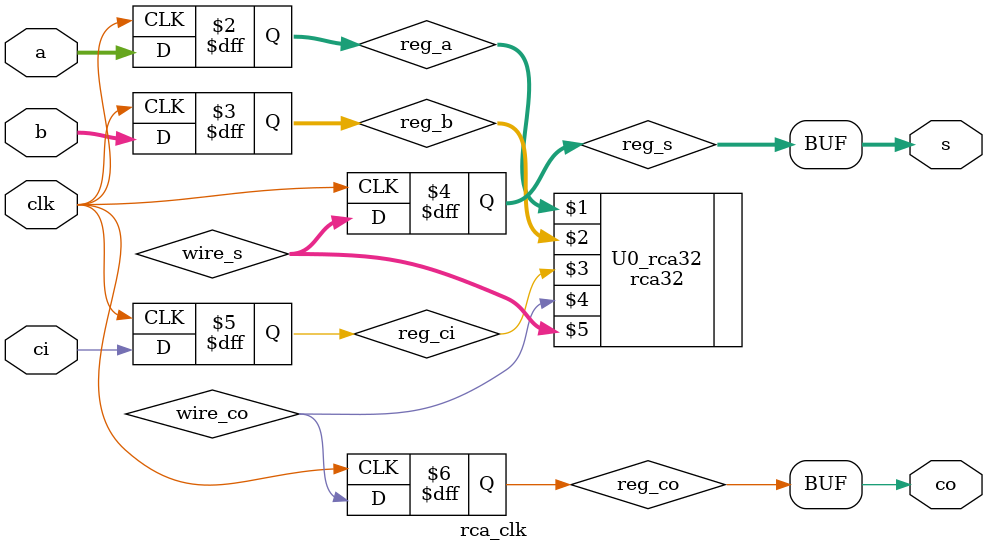
<source format=v>
module rca_clk(clk,a,b,ci,co,s);
	input [31:0] a,b;
	input clk,ci;
	output co;
	output [31:0] s;
	
	reg [31:0] reg_a,reg_b,reg_s;
	reg reg_ci,reg_co;
	
	wire [31:0] wire_s; 
	wire wire_co;
	
	rca32 U0_rca32(reg_a,reg_b,reg_ci,wire_co,wire_s);
	assign co = reg_co;
	assign s = reg_s;
	
	always @ (posedge clk) begin //Simultaneous allocation
	reg_a <= a;
	reg_b <= b;
	reg_ci <= ci;
	reg_co <= wire_co;
	reg_s <= wire_s;
	end

endmodule
	
	
	
</source>
